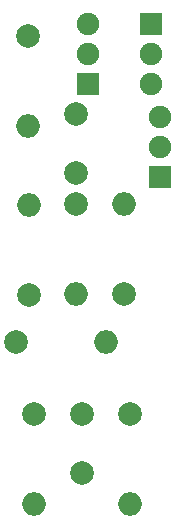
<source format=gbr>
G04 #@! TF.GenerationSoftware,KiCad,Pcbnew,8.0.1*
G04 #@! TF.CreationDate,2024-06-19T00:34:13-04:00*
G04 #@! TF.ProjectId,OdysseyDaughterCardVertSyncGenerator,4f647973-7365-4794-9461-756768746572,1.0*
G04 #@! TF.SameCoordinates,Original*
G04 #@! TF.FileFunction,Soldermask,Top*
G04 #@! TF.FilePolarity,Negative*
%FSLAX46Y46*%
G04 Gerber Fmt 4.6, Leading zero omitted, Abs format (unit mm)*
G04 Created by KiCad (PCBNEW 8.0.1) date 2024-06-19 00:34:13*
%MOMM*%
%LPD*%
G01*
G04 APERTURE LIST*
G04 Aperture macros list*
%AMRoundRect*
0 Rectangle with rounded corners*
0 $1 Rounding radius*
0 $2 $3 $4 $5 $6 $7 $8 $9 X,Y pos of 4 corners*
0 Add a 4 corners polygon primitive as box body*
4,1,4,$2,$3,$4,$5,$6,$7,$8,$9,$2,$3,0*
0 Add four circle primitives for the rounded corners*
1,1,$1+$1,$2,$3*
1,1,$1+$1,$4,$5*
1,1,$1+$1,$6,$7*
1,1,$1+$1,$8,$9*
0 Add four rect primitives between the rounded corners*
20,1,$1+$1,$2,$3,$4,$5,0*
20,1,$1+$1,$4,$5,$6,$7,0*
20,1,$1+$1,$6,$7,$8,$9,0*
20,1,$1+$1,$8,$9,$2,$3,0*%
G04 Aperture macros list end*
%ADD10RoundRect,0.200000X0.750000X-0.750000X0.750000X0.750000X-0.750000X0.750000X-0.750000X-0.750000X0*%
%ADD11C,1.900000*%
%ADD12RoundRect,0.200000X-0.750000X0.750000X-0.750000X-0.750000X0.750000X-0.750000X0.750000X0.750000X0*%
%ADD13C,2.000000*%
%ADD14O,2.000000X2.000000*%
G04 APERTURE END LIST*
D10*
X142748000Y-84328000D03*
D11*
X142748000Y-81788000D03*
X142748000Y-79248000D03*
D12*
X148082000Y-79248000D03*
D11*
X148082000Y-81788000D03*
X148082000Y-84328000D03*
D10*
X148844000Y-92202000D03*
D11*
X148844000Y-89662000D03*
X148844000Y-87122000D03*
D13*
X141732000Y-86868000D03*
X141732000Y-91868000D03*
X142240000Y-112268000D03*
X142240000Y-117268000D03*
X137668000Y-80264000D03*
D14*
X137668000Y-87884000D03*
D13*
X141732000Y-94488000D03*
D14*
X141732000Y-102108000D03*
D13*
X138176000Y-112268000D03*
D14*
X138176000Y-119888000D03*
D13*
X145796000Y-102108000D03*
D14*
X145796000Y-94488000D03*
D13*
X146304000Y-112268000D03*
D14*
X146304000Y-119888000D03*
D13*
X136652000Y-106172000D03*
D14*
X144272000Y-106172000D03*
D13*
X137795000Y-102235000D03*
D14*
X137795000Y-94615000D03*
M02*

</source>
